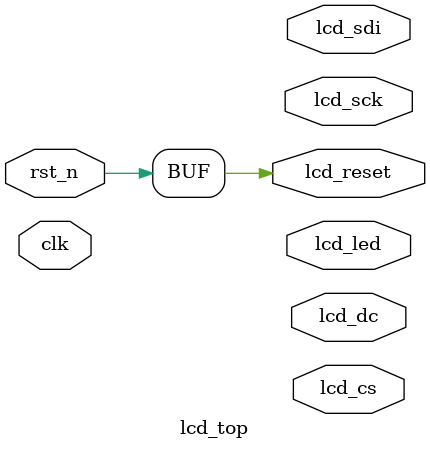
<source format=v>
`timescale 1ns / 1ps

module lcd_top(
    input clk,
    input rst_n,
    
    output lcd_cs,
    output lcd_reset,
    output lcd_dc,
    output lcd_sdi,
    output lcd_sck,
    output lcd_led
    );
    
    assign lcd_reset = rst_n;
    
    always@(posedge clk or negedge rst_n) begin
        if(!rst_n) begin
            
        end
        else begin
            
        end
    end
endmodule

</source>
